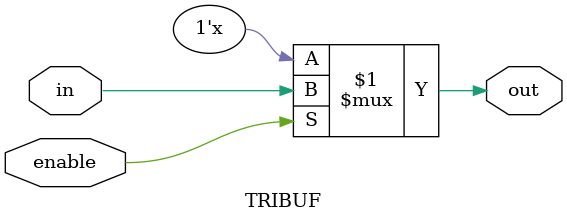
<source format=v>
module TRIBUF(input in, enable, output out);
assign out = enable ? in : 1'bz;
endmodule
</source>
